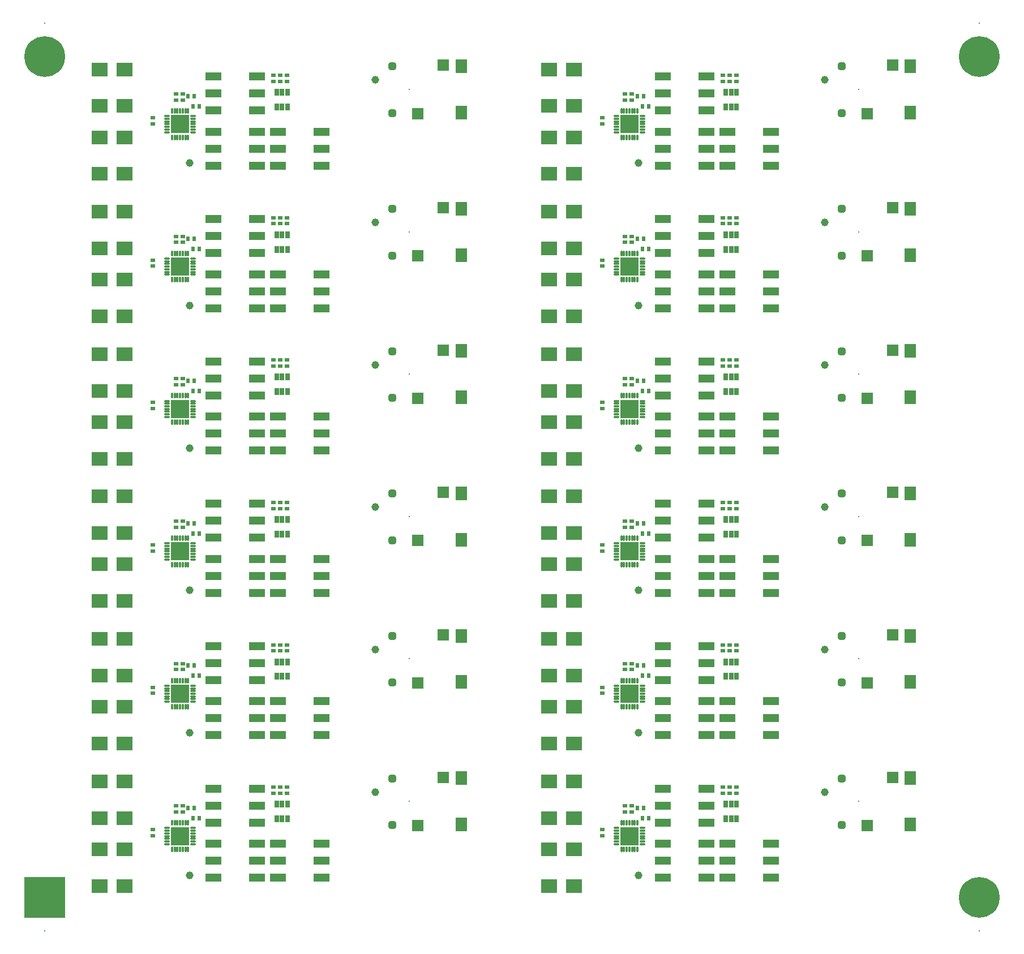
<source format=gts>
G04 Layer_Color=8388736*
%FSLAX24Y24*%
%MOIN*%
G70*
G01*
G75*
%ADD37C,0.2400*%
%ADD38R,0.2400X0.2400*%
G04:AMPARAMS|DCode=39|XSize=46mil|YSize=46mil|CornerRadius=13mil|HoleSize=0mil|Usage=FLASHONLY|Rotation=0.000|XOffset=0mil|YOffset=0mil|HoleType=Round|Shape=RoundedRectangle|*
%AMROUNDEDRECTD39*
21,1,0.0460,0.0200,0,0,0.0*
21,1,0.0200,0.0460,0,0,0.0*
1,1,0.0260,0.0100,-0.0100*
1,1,0.0260,-0.0100,-0.0100*
1,1,0.0260,-0.0100,0.0100*
1,1,0.0260,0.0100,0.0100*
%
%ADD39ROUNDEDRECTD39*%
%ADD40R,0.0926X0.0847*%
%ADD41R,0.0651X0.0847*%
%ADD42R,0.0651X0.0690*%
%ADD43R,0.0926X0.0454*%
%ADD44R,0.0277X0.0395*%
%ADD45R,0.0217X0.0296*%
%ADD46R,0.0296X0.0217*%
%ADD47O,0.0395X0.0139*%
%ADD48O,0.0139X0.0395*%
%ADD49R,0.1103X0.1103*%
%ADD50C,0.0080*%
%ADD51C,0.0060*%
%ADD52R,0.0060X0.0060*%
%ADD53C,0.0460*%
D37*
X1969Y53445D02*
D03*
X56988D02*
D03*
Y3937D02*
D03*
D38*
X1969D02*
D03*
D39*
X22437Y10937D02*
D03*
Y8187D02*
D03*
X48896Y10937D02*
D03*
Y8187D02*
D03*
X22437Y19324D02*
D03*
Y16574D02*
D03*
X48896Y19324D02*
D03*
Y16574D02*
D03*
X22437Y27712D02*
D03*
Y24962D02*
D03*
X48896Y27712D02*
D03*
Y24962D02*
D03*
X22437Y36099D02*
D03*
Y33349D02*
D03*
X48896Y36099D02*
D03*
Y33349D02*
D03*
X22437Y44487D02*
D03*
Y41737D02*
D03*
X48896Y44487D02*
D03*
Y41737D02*
D03*
X22437Y52874D02*
D03*
Y50124D02*
D03*
X48896Y52874D02*
D03*
Y50124D02*
D03*
D40*
X5206Y6770D02*
D03*
X6663Y4604D02*
D03*
Y6770D02*
D03*
X5206Y4604D02*
D03*
Y10770D02*
D03*
X6663Y8604D02*
D03*
Y10770D02*
D03*
X5206Y8604D02*
D03*
X31665Y6770D02*
D03*
X33122Y4604D02*
D03*
Y6770D02*
D03*
X31665Y4604D02*
D03*
Y10770D02*
D03*
X33122Y8604D02*
D03*
Y10770D02*
D03*
X31665Y8604D02*
D03*
X5206Y15157D02*
D03*
X6663Y12992D02*
D03*
Y15157D02*
D03*
X5206Y12992D02*
D03*
Y19157D02*
D03*
X6663Y16992D02*
D03*
Y19157D02*
D03*
X5206Y16992D02*
D03*
X31665Y15157D02*
D03*
X33122Y12992D02*
D03*
Y15157D02*
D03*
X31665Y12992D02*
D03*
Y19157D02*
D03*
X33122Y16992D02*
D03*
Y19157D02*
D03*
X31665Y16992D02*
D03*
X5206Y23544D02*
D03*
X6663Y21379D02*
D03*
Y23544D02*
D03*
X5206Y21379D02*
D03*
Y27544D02*
D03*
X6663Y25379D02*
D03*
Y27544D02*
D03*
X5206Y25379D02*
D03*
X31665Y23544D02*
D03*
X33122Y21379D02*
D03*
Y23544D02*
D03*
X31665Y21379D02*
D03*
Y27544D02*
D03*
X33122Y25379D02*
D03*
Y27544D02*
D03*
X31665Y25379D02*
D03*
X5206Y31932D02*
D03*
X6663Y29767D02*
D03*
Y31932D02*
D03*
X5206Y29767D02*
D03*
Y35932D02*
D03*
X6663Y33767D02*
D03*
Y35932D02*
D03*
X5206Y33767D02*
D03*
X31665Y31932D02*
D03*
X33122Y29767D02*
D03*
Y31932D02*
D03*
X31665Y29767D02*
D03*
Y35932D02*
D03*
X33122Y33767D02*
D03*
Y35932D02*
D03*
X31665Y33767D02*
D03*
X5206Y40319D02*
D03*
X6663Y38154D02*
D03*
Y40319D02*
D03*
X5206Y38154D02*
D03*
Y44319D02*
D03*
X6663Y42154D02*
D03*
Y44319D02*
D03*
X5206Y42154D02*
D03*
X31665Y40319D02*
D03*
X33122Y38154D02*
D03*
Y40319D02*
D03*
X31665Y38154D02*
D03*
Y44319D02*
D03*
X33122Y42154D02*
D03*
Y44319D02*
D03*
X31665Y42154D02*
D03*
X5206Y48707D02*
D03*
X6663Y46541D02*
D03*
Y48707D02*
D03*
X5206Y46541D02*
D03*
Y52707D02*
D03*
X6663Y50541D02*
D03*
Y52707D02*
D03*
X5206Y50541D02*
D03*
X31665Y48707D02*
D03*
X33122Y46541D02*
D03*
Y48707D02*
D03*
X31665Y46541D02*
D03*
Y52707D02*
D03*
X33122Y50541D02*
D03*
Y52707D02*
D03*
X31665Y50541D02*
D03*
D41*
X26488Y10951D02*
D03*
Y8223D02*
D03*
X52947Y10951D02*
D03*
Y8223D02*
D03*
X26488Y19339D02*
D03*
Y16610D02*
D03*
X52947Y19339D02*
D03*
Y16610D02*
D03*
X26488Y27726D02*
D03*
Y24998D02*
D03*
X52947Y27726D02*
D03*
Y24998D02*
D03*
X26488Y36113D02*
D03*
Y33385D02*
D03*
X52947Y36113D02*
D03*
Y33385D02*
D03*
X26488Y44501D02*
D03*
Y41772D02*
D03*
X52947Y44501D02*
D03*
Y41772D02*
D03*
X26488Y52888D02*
D03*
Y50160D02*
D03*
X52947Y52888D02*
D03*
Y50160D02*
D03*
D42*
X23929Y8170D02*
D03*
X25425Y11004D02*
D03*
X50388Y8170D02*
D03*
X51884Y11004D02*
D03*
X23929Y16557D02*
D03*
X25425Y19392D02*
D03*
X50388Y16557D02*
D03*
X51884Y19392D02*
D03*
X23929Y24944D02*
D03*
X25425Y27779D02*
D03*
X50388Y24944D02*
D03*
X51884Y27779D02*
D03*
X23929Y33332D02*
D03*
X25425Y36167D02*
D03*
X50388Y33332D02*
D03*
X51884Y36167D02*
D03*
X23929Y41719D02*
D03*
X25425Y44554D02*
D03*
X50388Y41719D02*
D03*
X51884Y44554D02*
D03*
X23929Y50107D02*
D03*
X25425Y52941D02*
D03*
X50388Y50107D02*
D03*
X51884Y52941D02*
D03*
D43*
X11907Y7087D02*
D03*
X14467D02*
D03*
X11907Y6087D02*
D03*
X14467D02*
D03*
X11907Y5087D02*
D03*
X14467D02*
D03*
X15707Y7087D02*
D03*
X18267D02*
D03*
X15707Y6087D02*
D03*
X18267D02*
D03*
X15707Y5087D02*
D03*
X18267D02*
D03*
X11907Y10337D02*
D03*
X14467D02*
D03*
X11907Y9337D02*
D03*
X14467D02*
D03*
X11907Y8337D02*
D03*
X14467D02*
D03*
X38367Y7087D02*
D03*
X40926D02*
D03*
X38367Y6087D02*
D03*
X40926D02*
D03*
X38367Y5087D02*
D03*
X40926D02*
D03*
X42167Y7087D02*
D03*
X44726D02*
D03*
X42167Y6087D02*
D03*
X44726D02*
D03*
X42167Y5087D02*
D03*
X44726D02*
D03*
X38367Y10337D02*
D03*
X40926D02*
D03*
X38367Y9337D02*
D03*
X40926D02*
D03*
X38367Y8337D02*
D03*
X40926D02*
D03*
X11907Y15474D02*
D03*
X14467D02*
D03*
X11907Y14474D02*
D03*
X14467D02*
D03*
X11907Y13474D02*
D03*
X14467D02*
D03*
X15707Y15474D02*
D03*
X18267D02*
D03*
X15707Y14474D02*
D03*
X18267D02*
D03*
X15707Y13474D02*
D03*
X18267D02*
D03*
X11907Y18724D02*
D03*
X14467D02*
D03*
X11907Y17724D02*
D03*
X14467D02*
D03*
X11907Y16724D02*
D03*
X14467D02*
D03*
X38367Y15474D02*
D03*
X40926D02*
D03*
X38367Y14474D02*
D03*
X40926D02*
D03*
X38367Y13474D02*
D03*
X40926D02*
D03*
X42167Y15474D02*
D03*
X44726D02*
D03*
X42167Y14474D02*
D03*
X44726D02*
D03*
X42167Y13474D02*
D03*
X44726D02*
D03*
X38367Y18724D02*
D03*
X40926D02*
D03*
X38367Y17724D02*
D03*
X40926D02*
D03*
X38367Y16724D02*
D03*
X40926D02*
D03*
X11907Y23862D02*
D03*
X14467D02*
D03*
X11907Y22862D02*
D03*
X14467D02*
D03*
X11907Y21862D02*
D03*
X14467D02*
D03*
X15707Y23862D02*
D03*
X18267D02*
D03*
X15707Y22862D02*
D03*
X18267D02*
D03*
X15707Y21862D02*
D03*
X18267D02*
D03*
X11907Y27112D02*
D03*
X14467D02*
D03*
X11907Y26112D02*
D03*
X14467D02*
D03*
X11907Y25112D02*
D03*
X14467D02*
D03*
X38367Y23862D02*
D03*
X40926D02*
D03*
X38367Y22862D02*
D03*
X40926D02*
D03*
X38367Y21862D02*
D03*
X40926D02*
D03*
X42167Y23862D02*
D03*
X44726D02*
D03*
X42167Y22862D02*
D03*
X44726D02*
D03*
X42167Y21862D02*
D03*
X44726D02*
D03*
X38367Y27112D02*
D03*
X40926D02*
D03*
X38367Y26112D02*
D03*
X40926D02*
D03*
X38367Y25112D02*
D03*
X40926D02*
D03*
X11907Y32249D02*
D03*
X14467D02*
D03*
X11907Y31249D02*
D03*
X14467D02*
D03*
X11907Y30249D02*
D03*
X14467D02*
D03*
X15707Y32249D02*
D03*
X18267D02*
D03*
X15707Y31249D02*
D03*
X18267D02*
D03*
X15707Y30249D02*
D03*
X18267D02*
D03*
X11907Y35499D02*
D03*
X14467D02*
D03*
X11907Y34499D02*
D03*
X14467D02*
D03*
X11907Y33499D02*
D03*
X14467D02*
D03*
X38367Y32249D02*
D03*
X40926D02*
D03*
X38367Y31249D02*
D03*
X40926D02*
D03*
X38367Y30249D02*
D03*
X40926D02*
D03*
X42167Y32249D02*
D03*
X44726D02*
D03*
X42167Y31249D02*
D03*
X44726D02*
D03*
X42167Y30249D02*
D03*
X44726D02*
D03*
X38367Y35499D02*
D03*
X40926D02*
D03*
X38367Y34499D02*
D03*
X40926D02*
D03*
X38367Y33499D02*
D03*
X40926D02*
D03*
X11907Y40637D02*
D03*
X14467D02*
D03*
X11907Y39637D02*
D03*
X14467D02*
D03*
X11907Y38637D02*
D03*
X14467D02*
D03*
X15707Y40637D02*
D03*
X18267D02*
D03*
X15707Y39637D02*
D03*
X18267D02*
D03*
X15707Y38637D02*
D03*
X18267D02*
D03*
X11907Y43887D02*
D03*
X14467D02*
D03*
X11907Y42887D02*
D03*
X14467D02*
D03*
X11907Y41887D02*
D03*
X14467D02*
D03*
X38367Y40637D02*
D03*
X40926D02*
D03*
X38367Y39637D02*
D03*
X40926D02*
D03*
X38367Y38637D02*
D03*
X40926D02*
D03*
X42167Y40637D02*
D03*
X44726D02*
D03*
X42167Y39637D02*
D03*
X44726D02*
D03*
X42167Y38637D02*
D03*
X44726D02*
D03*
X38367Y43887D02*
D03*
X40926D02*
D03*
X38367Y42887D02*
D03*
X40926D02*
D03*
X38367Y41887D02*
D03*
X40926D02*
D03*
X11907Y49024D02*
D03*
X14467D02*
D03*
X11907Y48024D02*
D03*
X14467D02*
D03*
X11907Y47024D02*
D03*
X14467D02*
D03*
X15707Y49024D02*
D03*
X18267D02*
D03*
X15707Y48024D02*
D03*
X18267D02*
D03*
X15707Y47024D02*
D03*
X18267D02*
D03*
X11907Y52274D02*
D03*
X14467D02*
D03*
X11907Y51274D02*
D03*
X14467D02*
D03*
X11907Y50274D02*
D03*
X14467D02*
D03*
X38367Y49024D02*
D03*
X40926D02*
D03*
X38367Y48024D02*
D03*
X40926D02*
D03*
X38367Y47024D02*
D03*
X40926D02*
D03*
X42167Y49024D02*
D03*
X44726D02*
D03*
X42167Y48024D02*
D03*
X44726D02*
D03*
X42167Y47024D02*
D03*
X44726D02*
D03*
X38367Y52274D02*
D03*
X40926D02*
D03*
X38367Y51274D02*
D03*
X40926D02*
D03*
X38367Y50274D02*
D03*
X40926D02*
D03*
D44*
X15622Y9420D02*
D03*
X15937D02*
D03*
X16252D02*
D03*
Y8554D02*
D03*
X15937D02*
D03*
X15622D02*
D03*
X42081Y9420D02*
D03*
X42396D02*
D03*
X42711D02*
D03*
Y8554D02*
D03*
X42396D02*
D03*
X42081D02*
D03*
X15622Y17807D02*
D03*
X15937D02*
D03*
X16252D02*
D03*
Y16941D02*
D03*
X15937D02*
D03*
X15622D02*
D03*
X42081Y17807D02*
D03*
X42396D02*
D03*
X42711D02*
D03*
Y16941D02*
D03*
X42396D02*
D03*
X42081D02*
D03*
X15622Y26195D02*
D03*
X15937D02*
D03*
X16252D02*
D03*
Y25329D02*
D03*
X15937D02*
D03*
X15622D02*
D03*
X42081Y26195D02*
D03*
X42396D02*
D03*
X42711D02*
D03*
Y25329D02*
D03*
X42396D02*
D03*
X42081D02*
D03*
X15622Y34582D02*
D03*
X15937D02*
D03*
X16252D02*
D03*
Y33716D02*
D03*
X15937D02*
D03*
X15622D02*
D03*
X42081Y34582D02*
D03*
X42396D02*
D03*
X42711D02*
D03*
Y33716D02*
D03*
X42396D02*
D03*
X42081D02*
D03*
X15622Y42970D02*
D03*
X15937D02*
D03*
X16252D02*
D03*
Y42104D02*
D03*
X15937D02*
D03*
X15622D02*
D03*
X42081Y42970D02*
D03*
X42396D02*
D03*
X42711D02*
D03*
Y42104D02*
D03*
X42396D02*
D03*
X42081D02*
D03*
X15622Y51357D02*
D03*
X15937D02*
D03*
X16252D02*
D03*
Y50491D02*
D03*
X15937D02*
D03*
X15622D02*
D03*
X42081Y51357D02*
D03*
X42396D02*
D03*
X42711D02*
D03*
Y50491D02*
D03*
X42396D02*
D03*
X42081D02*
D03*
D45*
X10710Y8587D02*
D03*
X11064D02*
D03*
X10410Y9187D02*
D03*
X10764D02*
D03*
X37169Y8587D02*
D03*
X37523D02*
D03*
X36869Y9187D02*
D03*
X37223D02*
D03*
X10710Y16974D02*
D03*
X11064D02*
D03*
X10410Y17574D02*
D03*
X10764D02*
D03*
X37169Y16974D02*
D03*
X37523D02*
D03*
X36869Y17574D02*
D03*
X37223D02*
D03*
X10710Y25362D02*
D03*
X11064D02*
D03*
X10410Y25962D02*
D03*
X10764D02*
D03*
X37169Y25362D02*
D03*
X37523D02*
D03*
X36869Y25962D02*
D03*
X37223D02*
D03*
X10710Y33749D02*
D03*
X11064D02*
D03*
X10410Y34349D02*
D03*
X10764D02*
D03*
X37169Y33749D02*
D03*
X37523D02*
D03*
X36869Y34349D02*
D03*
X37223D02*
D03*
X10710Y42137D02*
D03*
X11064D02*
D03*
X10410Y42737D02*
D03*
X10764D02*
D03*
X37169Y42137D02*
D03*
X37523D02*
D03*
X36869Y42737D02*
D03*
X37223D02*
D03*
X10710Y50524D02*
D03*
X11064D02*
D03*
X10410Y51124D02*
D03*
X10764D02*
D03*
X37169Y50524D02*
D03*
X37523D02*
D03*
X36869Y51124D02*
D03*
X37223D02*
D03*
D46*
X15437Y10060D02*
D03*
Y10414D02*
D03*
X15837Y10060D02*
D03*
Y10414D02*
D03*
X16237Y10060D02*
D03*
Y10414D02*
D03*
X9687Y8960D02*
D03*
Y9314D02*
D03*
X10087Y8960D02*
D03*
Y9314D02*
D03*
X8337Y7914D02*
D03*
Y7560D02*
D03*
X41896Y10060D02*
D03*
Y10414D02*
D03*
X42296Y10060D02*
D03*
Y10414D02*
D03*
X42696Y10060D02*
D03*
Y10414D02*
D03*
X36146Y8960D02*
D03*
Y9314D02*
D03*
X36546Y8960D02*
D03*
Y9314D02*
D03*
X34796Y7914D02*
D03*
Y7560D02*
D03*
X15437Y18447D02*
D03*
Y18802D02*
D03*
X15837Y18447D02*
D03*
Y18802D02*
D03*
X16237Y18447D02*
D03*
Y18802D02*
D03*
X9687Y17347D02*
D03*
Y17702D02*
D03*
X10087Y17347D02*
D03*
Y17702D02*
D03*
X8337Y16302D02*
D03*
Y15947D02*
D03*
X41896Y18447D02*
D03*
Y18802D02*
D03*
X42296Y18447D02*
D03*
Y18802D02*
D03*
X42696Y18447D02*
D03*
Y18802D02*
D03*
X36146Y17347D02*
D03*
Y17702D02*
D03*
X36546Y17347D02*
D03*
Y17702D02*
D03*
X34796Y16302D02*
D03*
Y15947D02*
D03*
X15437Y26835D02*
D03*
Y27189D02*
D03*
X15837Y26835D02*
D03*
Y27189D02*
D03*
X16237Y26835D02*
D03*
Y27189D02*
D03*
X9687Y25735D02*
D03*
Y26089D02*
D03*
X10087Y25735D02*
D03*
Y26089D02*
D03*
X8337Y24689D02*
D03*
Y24335D02*
D03*
X41896Y26835D02*
D03*
Y27189D02*
D03*
X42296Y26835D02*
D03*
Y27189D02*
D03*
X42696Y26835D02*
D03*
Y27189D02*
D03*
X36146Y25735D02*
D03*
Y26089D02*
D03*
X36546Y25735D02*
D03*
Y26089D02*
D03*
X34796Y24689D02*
D03*
Y24335D02*
D03*
X15437Y35222D02*
D03*
Y35576D02*
D03*
X15837Y35222D02*
D03*
Y35576D02*
D03*
X16237Y35222D02*
D03*
Y35576D02*
D03*
X9687Y34122D02*
D03*
Y34476D02*
D03*
X10087Y34122D02*
D03*
Y34476D02*
D03*
X8337Y33076D02*
D03*
Y32722D02*
D03*
X41896Y35222D02*
D03*
Y35576D02*
D03*
X42296Y35222D02*
D03*
Y35576D02*
D03*
X42696Y35222D02*
D03*
Y35576D02*
D03*
X36146Y34122D02*
D03*
Y34476D02*
D03*
X36546Y34122D02*
D03*
Y34476D02*
D03*
X34796Y33076D02*
D03*
Y32722D02*
D03*
X15437Y43609D02*
D03*
Y43964D02*
D03*
X15837Y43609D02*
D03*
Y43964D02*
D03*
X16237Y43609D02*
D03*
Y43964D02*
D03*
X9687Y42509D02*
D03*
Y42864D02*
D03*
X10087Y42509D02*
D03*
Y42864D02*
D03*
X8337Y41464D02*
D03*
Y41109D02*
D03*
X41896Y43609D02*
D03*
Y43964D02*
D03*
X42296Y43609D02*
D03*
Y43964D02*
D03*
X42696Y43609D02*
D03*
Y43964D02*
D03*
X36146Y42509D02*
D03*
Y42864D02*
D03*
X36546Y42509D02*
D03*
Y42864D02*
D03*
X34796Y41464D02*
D03*
Y41109D02*
D03*
X15437Y51997D02*
D03*
Y52351D02*
D03*
X15837Y51997D02*
D03*
Y52351D02*
D03*
X16237Y51997D02*
D03*
Y52351D02*
D03*
X9687Y50897D02*
D03*
Y51251D02*
D03*
X10087Y50897D02*
D03*
Y51251D02*
D03*
X8337Y49851D02*
D03*
Y49497D02*
D03*
X41896Y51997D02*
D03*
Y52351D02*
D03*
X42296Y51997D02*
D03*
Y52351D02*
D03*
X42696Y51997D02*
D03*
Y52351D02*
D03*
X36146Y50897D02*
D03*
Y51251D02*
D03*
X36546Y50897D02*
D03*
Y51251D02*
D03*
X34796Y49851D02*
D03*
Y49497D02*
D03*
D47*
X9159Y8009D02*
D03*
Y7852D02*
D03*
Y7694D02*
D03*
Y7537D02*
D03*
Y7380D02*
D03*
Y7222D02*
D03*
Y7065D02*
D03*
X10715D02*
D03*
Y7222D02*
D03*
Y7380D02*
D03*
Y7537D02*
D03*
Y7694D02*
D03*
Y7852D02*
D03*
Y8009D02*
D03*
X35619D02*
D03*
Y7852D02*
D03*
Y7694D02*
D03*
Y7537D02*
D03*
Y7380D02*
D03*
Y7222D02*
D03*
Y7065D02*
D03*
X37174D02*
D03*
Y7222D02*
D03*
Y7380D02*
D03*
Y7537D02*
D03*
Y7694D02*
D03*
Y7852D02*
D03*
Y8009D02*
D03*
X9159Y16397D02*
D03*
Y16239D02*
D03*
Y16082D02*
D03*
Y15924D02*
D03*
Y15767D02*
D03*
Y15609D02*
D03*
Y15452D02*
D03*
X10715D02*
D03*
Y15609D02*
D03*
Y15767D02*
D03*
Y15924D02*
D03*
Y16082D02*
D03*
Y16239D02*
D03*
Y16397D02*
D03*
X35619D02*
D03*
Y16239D02*
D03*
Y16082D02*
D03*
Y15924D02*
D03*
Y15767D02*
D03*
Y15609D02*
D03*
Y15452D02*
D03*
X37174D02*
D03*
Y15609D02*
D03*
Y15767D02*
D03*
Y15924D02*
D03*
Y16082D02*
D03*
Y16239D02*
D03*
Y16397D02*
D03*
X9159Y24784D02*
D03*
Y24627D02*
D03*
Y24469D02*
D03*
Y24312D02*
D03*
Y24154D02*
D03*
Y23997D02*
D03*
Y23839D02*
D03*
X10715D02*
D03*
Y23997D02*
D03*
Y24154D02*
D03*
Y24312D02*
D03*
Y24469D02*
D03*
Y24627D02*
D03*
Y24784D02*
D03*
X35619D02*
D03*
Y24627D02*
D03*
Y24469D02*
D03*
Y24312D02*
D03*
Y24154D02*
D03*
Y23997D02*
D03*
Y23839D02*
D03*
X37174D02*
D03*
Y23997D02*
D03*
Y24154D02*
D03*
Y24312D02*
D03*
Y24469D02*
D03*
Y24627D02*
D03*
Y24784D02*
D03*
X9159Y33172D02*
D03*
Y33014D02*
D03*
Y32857D02*
D03*
Y32699D02*
D03*
Y32542D02*
D03*
Y32384D02*
D03*
Y32227D02*
D03*
X10715D02*
D03*
Y32384D02*
D03*
Y32542D02*
D03*
Y32699D02*
D03*
Y32857D02*
D03*
Y33014D02*
D03*
Y33172D02*
D03*
X35619D02*
D03*
Y33014D02*
D03*
Y32857D02*
D03*
Y32699D02*
D03*
Y32542D02*
D03*
Y32384D02*
D03*
Y32227D02*
D03*
X37174D02*
D03*
Y32384D02*
D03*
Y32542D02*
D03*
Y32699D02*
D03*
Y32857D02*
D03*
Y33014D02*
D03*
Y33172D02*
D03*
X9159Y41559D02*
D03*
Y41402D02*
D03*
Y41244D02*
D03*
Y41087D02*
D03*
Y40929D02*
D03*
Y40772D02*
D03*
Y40614D02*
D03*
X10715D02*
D03*
Y40772D02*
D03*
Y40929D02*
D03*
Y41087D02*
D03*
Y41244D02*
D03*
Y41402D02*
D03*
Y41559D02*
D03*
X35619D02*
D03*
Y41402D02*
D03*
Y41244D02*
D03*
Y41087D02*
D03*
Y40929D02*
D03*
Y40772D02*
D03*
Y40614D02*
D03*
X37174D02*
D03*
Y40772D02*
D03*
Y40929D02*
D03*
Y41087D02*
D03*
Y41244D02*
D03*
Y41402D02*
D03*
Y41559D02*
D03*
X9159Y49946D02*
D03*
Y49789D02*
D03*
Y49632D02*
D03*
Y49474D02*
D03*
Y49317D02*
D03*
Y49159D02*
D03*
Y49002D02*
D03*
X10715D02*
D03*
Y49159D02*
D03*
Y49317D02*
D03*
Y49474D02*
D03*
Y49632D02*
D03*
Y49789D02*
D03*
Y49946D02*
D03*
X35619D02*
D03*
Y49789D02*
D03*
Y49632D02*
D03*
Y49474D02*
D03*
Y49317D02*
D03*
Y49159D02*
D03*
Y49002D02*
D03*
X37174D02*
D03*
Y49159D02*
D03*
Y49317D02*
D03*
Y49474D02*
D03*
Y49632D02*
D03*
Y49789D02*
D03*
Y49946D02*
D03*
D48*
X9465Y6759D02*
D03*
X9622D02*
D03*
X9780D02*
D03*
X9937D02*
D03*
X10094D02*
D03*
X10252D02*
D03*
X10409D02*
D03*
Y8315D02*
D03*
X10252D02*
D03*
X10094D02*
D03*
X9937D02*
D03*
X9780D02*
D03*
X9622D02*
D03*
X9465D02*
D03*
X35924Y6759D02*
D03*
X36081D02*
D03*
X36239D02*
D03*
X36396D02*
D03*
X36554D02*
D03*
X36711D02*
D03*
X36869D02*
D03*
Y8315D02*
D03*
X36711D02*
D03*
X36554D02*
D03*
X36396D02*
D03*
X36239D02*
D03*
X36081D02*
D03*
X35924D02*
D03*
X9465Y15147D02*
D03*
X9622D02*
D03*
X9780D02*
D03*
X9937D02*
D03*
X10094D02*
D03*
X10252D02*
D03*
X10409D02*
D03*
Y16702D02*
D03*
X10252D02*
D03*
X10094D02*
D03*
X9937D02*
D03*
X9780D02*
D03*
X9622D02*
D03*
X9465D02*
D03*
X35924Y15147D02*
D03*
X36081D02*
D03*
X36239D02*
D03*
X36396D02*
D03*
X36554D02*
D03*
X36711D02*
D03*
X36869D02*
D03*
Y16702D02*
D03*
X36711D02*
D03*
X36554D02*
D03*
X36396D02*
D03*
X36239D02*
D03*
X36081D02*
D03*
X35924D02*
D03*
X9465Y23534D02*
D03*
X9622D02*
D03*
X9780D02*
D03*
X9937D02*
D03*
X10094D02*
D03*
X10252D02*
D03*
X10409D02*
D03*
Y25089D02*
D03*
X10252D02*
D03*
X10094D02*
D03*
X9937D02*
D03*
X9780D02*
D03*
X9622D02*
D03*
X9465D02*
D03*
X35924Y23534D02*
D03*
X36081D02*
D03*
X36239D02*
D03*
X36396D02*
D03*
X36554D02*
D03*
X36711D02*
D03*
X36869D02*
D03*
Y25089D02*
D03*
X36711D02*
D03*
X36554D02*
D03*
X36396D02*
D03*
X36239D02*
D03*
X36081D02*
D03*
X35924D02*
D03*
X9465Y31922D02*
D03*
X9622D02*
D03*
X9780D02*
D03*
X9937D02*
D03*
X10094D02*
D03*
X10252D02*
D03*
X10409D02*
D03*
Y33477D02*
D03*
X10252D02*
D03*
X10094D02*
D03*
X9937D02*
D03*
X9780D02*
D03*
X9622D02*
D03*
X9465D02*
D03*
X35924Y31922D02*
D03*
X36081D02*
D03*
X36239D02*
D03*
X36396D02*
D03*
X36554D02*
D03*
X36711D02*
D03*
X36869D02*
D03*
Y33477D02*
D03*
X36711D02*
D03*
X36554D02*
D03*
X36396D02*
D03*
X36239D02*
D03*
X36081D02*
D03*
X35924D02*
D03*
X9465Y40309D02*
D03*
X9622D02*
D03*
X9780D02*
D03*
X9937D02*
D03*
X10094D02*
D03*
X10252D02*
D03*
X10409D02*
D03*
Y41864D02*
D03*
X10252D02*
D03*
X10094D02*
D03*
X9937D02*
D03*
X9780D02*
D03*
X9622D02*
D03*
X9465D02*
D03*
X35924Y40309D02*
D03*
X36081D02*
D03*
X36239D02*
D03*
X36396D02*
D03*
X36554D02*
D03*
X36711D02*
D03*
X36869D02*
D03*
Y41864D02*
D03*
X36711D02*
D03*
X36554D02*
D03*
X36396D02*
D03*
X36239D02*
D03*
X36081D02*
D03*
X35924D02*
D03*
X9465Y48696D02*
D03*
X9622D02*
D03*
X9780D02*
D03*
X9937D02*
D03*
X10094D02*
D03*
X10252D02*
D03*
X10409D02*
D03*
Y50252D02*
D03*
X10252D02*
D03*
X10094D02*
D03*
X9937D02*
D03*
X9780D02*
D03*
X9622D02*
D03*
X9465D02*
D03*
X35924Y48696D02*
D03*
X36081D02*
D03*
X36239D02*
D03*
X36396D02*
D03*
X36554D02*
D03*
X36711D02*
D03*
X36869D02*
D03*
Y50252D02*
D03*
X36711D02*
D03*
X36554D02*
D03*
X36396D02*
D03*
X36239D02*
D03*
X36081D02*
D03*
X35924D02*
D03*
D49*
X9937Y7537D02*
D03*
X36396D02*
D03*
X9937Y15924D02*
D03*
X36396D02*
D03*
X9937Y24312D02*
D03*
X36396D02*
D03*
X9937Y32699D02*
D03*
X36396D02*
D03*
X9937Y41087D02*
D03*
X36396D02*
D03*
X9937Y49474D02*
D03*
X36396D02*
D03*
D50*
X1969Y1969D02*
D03*
Y55413D02*
D03*
X56988D02*
D03*
Y1969D02*
D03*
D51*
X3912Y7287D02*
D03*
Y7537D02*
D03*
Y7787D02*
D03*
Y8037D02*
D03*
Y8287D02*
D03*
Y7037D02*
D03*
X22537Y7637D02*
D03*
X23787D02*
D03*
X23537D02*
D03*
X23287D02*
D03*
X23037D02*
D03*
X22787D02*
D03*
X5639Y5687D02*
D03*
X7608D02*
D03*
X5639Y9687D02*
D03*
X7608D02*
D03*
X30371Y7287D02*
D03*
Y7537D02*
D03*
Y7787D02*
D03*
Y8037D02*
D03*
Y8287D02*
D03*
Y7037D02*
D03*
X48996Y7637D02*
D03*
X50246D02*
D03*
X49996D02*
D03*
X49746D02*
D03*
X49496D02*
D03*
X49246D02*
D03*
X32098Y5687D02*
D03*
X34067D02*
D03*
X32098Y9687D02*
D03*
X34067D02*
D03*
X3912Y15674D02*
D03*
Y15924D02*
D03*
Y16174D02*
D03*
Y16424D02*
D03*
Y16674D02*
D03*
Y15424D02*
D03*
X22537Y16024D02*
D03*
X23787D02*
D03*
X23537D02*
D03*
X23287D02*
D03*
X23037D02*
D03*
X22787D02*
D03*
X5639Y14074D02*
D03*
X7608D02*
D03*
X5639Y18074D02*
D03*
X7608D02*
D03*
X30371Y15674D02*
D03*
Y15924D02*
D03*
Y16174D02*
D03*
Y16424D02*
D03*
Y16674D02*
D03*
Y15424D02*
D03*
X48996Y16024D02*
D03*
X50246D02*
D03*
X49996D02*
D03*
X49746D02*
D03*
X49496D02*
D03*
X49246D02*
D03*
X32098Y14074D02*
D03*
X34067D02*
D03*
X32098Y18074D02*
D03*
X34067D02*
D03*
X3912Y24062D02*
D03*
Y24312D02*
D03*
Y24562D02*
D03*
Y24812D02*
D03*
Y25062D02*
D03*
Y23812D02*
D03*
X22537Y24412D02*
D03*
X23787D02*
D03*
X23537D02*
D03*
X23287D02*
D03*
X23037D02*
D03*
X22787D02*
D03*
X5639Y22462D02*
D03*
X7608D02*
D03*
X5639Y26462D02*
D03*
X7608D02*
D03*
X30371Y24062D02*
D03*
Y24312D02*
D03*
Y24562D02*
D03*
Y24812D02*
D03*
Y25062D02*
D03*
Y23812D02*
D03*
X48996Y24412D02*
D03*
X50246D02*
D03*
X49996D02*
D03*
X49746D02*
D03*
X49496D02*
D03*
X49246D02*
D03*
X32098Y22462D02*
D03*
X34067D02*
D03*
X32098Y26462D02*
D03*
X34067D02*
D03*
X3912Y32449D02*
D03*
Y32699D02*
D03*
Y32949D02*
D03*
Y33199D02*
D03*
Y33449D02*
D03*
Y32199D02*
D03*
X22537Y32799D02*
D03*
X23787D02*
D03*
X23537D02*
D03*
X23287D02*
D03*
X23037D02*
D03*
X22787D02*
D03*
X5639Y30849D02*
D03*
X7608D02*
D03*
X5639Y34849D02*
D03*
X7608D02*
D03*
X30371Y32449D02*
D03*
Y32699D02*
D03*
Y32949D02*
D03*
Y33199D02*
D03*
Y33449D02*
D03*
Y32199D02*
D03*
X48996Y32799D02*
D03*
X50246D02*
D03*
X49996D02*
D03*
X49746D02*
D03*
X49496D02*
D03*
X49246D02*
D03*
X32098Y30849D02*
D03*
X34067D02*
D03*
X32098Y34849D02*
D03*
X34067D02*
D03*
X3912Y40837D02*
D03*
Y41087D02*
D03*
Y41337D02*
D03*
Y41587D02*
D03*
Y41837D02*
D03*
Y40587D02*
D03*
X22537Y41187D02*
D03*
X23787D02*
D03*
X23537D02*
D03*
X23287D02*
D03*
X23037D02*
D03*
X22787D02*
D03*
X5639Y39237D02*
D03*
X7608D02*
D03*
X5639Y43237D02*
D03*
X7608D02*
D03*
X30371Y40837D02*
D03*
Y41087D02*
D03*
Y41337D02*
D03*
Y41587D02*
D03*
Y41837D02*
D03*
Y40587D02*
D03*
X48996Y41187D02*
D03*
X50246D02*
D03*
X49996D02*
D03*
X49746D02*
D03*
X49496D02*
D03*
X49246D02*
D03*
X32098Y39237D02*
D03*
X34067D02*
D03*
X32098Y43237D02*
D03*
X34067D02*
D03*
X3912Y49224D02*
D03*
Y49474D02*
D03*
Y49724D02*
D03*
Y49974D02*
D03*
Y50224D02*
D03*
Y48974D02*
D03*
X22537Y49574D02*
D03*
X23787D02*
D03*
X23537D02*
D03*
X23287D02*
D03*
X23037D02*
D03*
X22787D02*
D03*
X5639Y47624D02*
D03*
X7608D02*
D03*
X5639Y51624D02*
D03*
X7608D02*
D03*
X30371Y49224D02*
D03*
Y49474D02*
D03*
Y49724D02*
D03*
Y49974D02*
D03*
Y50224D02*
D03*
Y48974D02*
D03*
X48996Y49574D02*
D03*
X50246D02*
D03*
X49996D02*
D03*
X49746D02*
D03*
X49496D02*
D03*
X49246D02*
D03*
X32098Y47624D02*
D03*
X34067D02*
D03*
X32098Y51624D02*
D03*
X34067D02*
D03*
D52*
X23437Y9587D02*
D03*
X49896D02*
D03*
X23437Y17974D02*
D03*
X49896D02*
D03*
X23437Y26362D02*
D03*
X49896D02*
D03*
X23437Y34749D02*
D03*
X49896D02*
D03*
X23437Y43137D02*
D03*
X49896D02*
D03*
X23437Y51524D02*
D03*
X49896D02*
D03*
D53*
X21437Y10137D02*
D03*
X10487Y5237D02*
D03*
X47896Y10137D02*
D03*
X36946Y5237D02*
D03*
X21437Y18524D02*
D03*
X10487Y13624D02*
D03*
X47896Y18524D02*
D03*
X36946Y13624D02*
D03*
X21437Y26912D02*
D03*
X10487Y22012D02*
D03*
X47896Y26912D02*
D03*
X36946Y22012D02*
D03*
X21437Y35299D02*
D03*
X10487Y30399D02*
D03*
X47896Y35299D02*
D03*
X36946Y30399D02*
D03*
X21437Y43687D02*
D03*
X10487Y38787D02*
D03*
X47896Y43687D02*
D03*
X36946Y38787D02*
D03*
X21437Y52074D02*
D03*
X10487Y47174D02*
D03*
X47896Y52074D02*
D03*
X36946Y47174D02*
D03*
M02*

</source>
